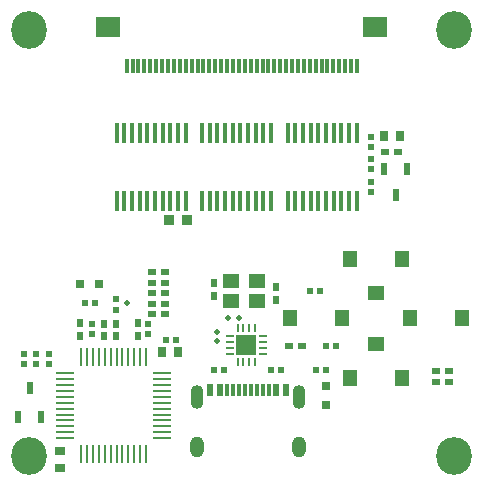
<source format=gbr>
%TF.GenerationSoftware,KiCad,Pcbnew,9.0.4*%
%TF.CreationDate,2025-09-14T02:35:36-04:00*%
%TF.ProjectId,D8X3C_Backpack_V1.0,44385833-435f-4426-9163-6b7061636b5f,rev?*%
%TF.SameCoordinates,Original*%
%TF.FileFunction,Soldermask,Top*%
%TF.FilePolarity,Negative*%
%FSLAX46Y46*%
G04 Gerber Fmt 4.6, Leading zero omitted, Abs format (unit mm)*
G04 Created by KiCad (PCBNEW 9.0.4) date 2025-09-14 02:35:36*
%MOMM*%
%LPD*%
G01*
G04 APERTURE LIST*
%ADD10R,0.790000X0.540000*%
%ADD11R,1.360000X1.230000*%
%ADD12R,1.400000X1.200000*%
%ADD13R,0.540000X0.565500*%
%ADD14R,0.864000X0.800000*%
%ADD15R,0.540000X0.790000*%
%ADD16R,0.280000X1.620000*%
%ADD17R,1.620000X0.280000*%
%ADD18O,0.364000X1.742000*%
%ADD19O,3.000000X3.200000*%
%ADD20C,0.500000*%
%ADD21R,1.230000X1.360000*%
%ADD22R,0.565500X0.540000*%
%ADD23R,0.280000X0.665000*%
%ADD24R,0.665000X0.280000*%
%ADD25R,1.750000X1.750000*%
%ADD26R,0.806500X0.864000*%
%ADD27R,0.600000X1.070000*%
%ADD28R,0.800000X0.800000*%
%ADD29R,0.550000X1.100000*%
%ADD30R,0.300000X1.100000*%
%ADD31O,1.100000X2.000000*%
%ADD32O,1.200000X1.800000*%
%ADD33R,0.300000X1.200000*%
%ADD34R,2.000000X1.800000*%
%ADD35R,0.800000X0.900000*%
%ADD36R,0.800000X0.864000*%
%ADD37R,0.532000X1.037500*%
G04 APERTURE END LIST*
D10*
%TO.C,C25*%
X13499000Y-24257000D03*
X12409000Y-24257000D03*
%TD*%
D11*
%TO.C,C*%
X31369000Y-28569500D03*
X31369000Y-24199500D03*
%TD*%
D12*
%TO.C,X1*%
X21293000Y-23216500D03*
X19093000Y-23216500D03*
X19093000Y-24916500D03*
X21293000Y-24916500D03*
%TD*%
D13*
%TO.C,R15*%
X9334500Y-24776500D03*
X9334500Y-25642500D03*
%TD*%
D10*
%TO.C,C26*%
X13499000Y-23368000D03*
X12409000Y-23368000D03*
%TD*%
D14*
%TO.C,L2*%
X4635500Y-37654000D03*
X4635500Y-39054000D03*
%TD*%
D15*
%TO.C,C14*%
X9334500Y-26823500D03*
X9334500Y-27913500D03*
%TD*%
D16*
%TO.C,U1*%
X11894000Y-29672000D03*
X11394000Y-29672000D03*
X10894000Y-29672000D03*
X10394000Y-29672000D03*
X9894000Y-29672000D03*
X9394000Y-29672000D03*
X8894000Y-29672000D03*
X8394000Y-29672000D03*
X7894000Y-29672000D03*
X7394000Y-29672000D03*
X6894000Y-29672000D03*
X6394000Y-29672000D03*
D17*
X5034000Y-31032000D03*
X5034000Y-31532000D03*
X5034000Y-32032000D03*
X5034000Y-32532000D03*
X5034000Y-33032000D03*
X5034000Y-33532000D03*
X5034000Y-34032000D03*
X5034000Y-34532000D03*
X5034000Y-35032000D03*
X5034000Y-35532000D03*
X5034000Y-36032000D03*
X5034000Y-36532000D03*
D16*
X6394000Y-37892000D03*
X6894000Y-37892000D03*
X7394000Y-37892000D03*
X7894000Y-37892000D03*
X8394000Y-37892000D03*
X8894000Y-37892000D03*
X9394000Y-37892000D03*
X9894000Y-37892000D03*
X10394000Y-37892000D03*
X10894000Y-37892000D03*
X11394000Y-37892000D03*
X11894000Y-37892000D03*
D17*
X13254000Y-36532000D03*
X13254000Y-36032000D03*
X13254000Y-35532000D03*
X13254000Y-35032000D03*
X13254000Y-34532000D03*
X13254000Y-34032000D03*
X13254000Y-33532000D03*
X13254000Y-33032000D03*
X13254000Y-32532000D03*
X13254000Y-32032000D03*
X13254000Y-31532000D03*
X13254000Y-31032000D03*
%TD*%
D18*
%TO.C,U9*%
X23872000Y-16460000D03*
X24522000Y-16460000D03*
X25172000Y-16460000D03*
X25822000Y-16460000D03*
X26472000Y-16460000D03*
X27122000Y-16460000D03*
X27772000Y-16460000D03*
X28422000Y-16460000D03*
X29072000Y-16460000D03*
X29722000Y-16460000D03*
X29722000Y-10718000D03*
X29072000Y-10718000D03*
X28422000Y-10718000D03*
X27772000Y-10718000D03*
X27122000Y-10718000D03*
X26472000Y-10718000D03*
X25822000Y-10718000D03*
X25172000Y-10718000D03*
X24522000Y-10718000D03*
X23872000Y-10718000D03*
%TD*%
D19*
%TO.C,*%
X2000000Y-2000000D03*
%TD*%
D10*
%TO.C,C18*%
X37539500Y-31813500D03*
X36449500Y-31813500D03*
%TD*%
D19*
%TO.C,*%
X38000000Y-2000000D03*
%TD*%
D13*
%TO.C,R44*%
X7302500Y-27738000D03*
X7302500Y-26872000D03*
%TD*%
D20*
%TO.C,DM4*%
X19784500Y-26384500D03*
%TD*%
D21*
%TO.C,-*%
X24104000Y-26384500D03*
X28474000Y-26384500D03*
%TD*%
D22*
%TO.C,R14*%
X14466500Y-28257500D03*
X13600500Y-28257500D03*
%TD*%
D23*
%TO.C,U3*%
X21133500Y-27231000D03*
X20633500Y-27231000D03*
X20133500Y-27231000D03*
X19633500Y-27231000D03*
D24*
X18976000Y-27888500D03*
X18976000Y-28388500D03*
X18976000Y-28888500D03*
X18976000Y-29388500D03*
D23*
X19633500Y-30046000D03*
X20133500Y-30046000D03*
X20633500Y-30046000D03*
X21133500Y-30046000D03*
D24*
X21791000Y-29388500D03*
X21791000Y-28888500D03*
X21791000Y-28388500D03*
X21791000Y-27888500D03*
D25*
X20383500Y-28638500D03*
%TD*%
D22*
%TO.C,R2*%
X23356500Y-30797500D03*
X22490500Y-30797500D03*
%TD*%
D15*
%TO.C,C13*%
X6286500Y-26760000D03*
X6286500Y-27850000D03*
%TD*%
D18*
%TO.C,U7*%
X9394000Y-16460000D03*
X10044000Y-16460000D03*
X10694000Y-16460000D03*
X11344000Y-16460000D03*
X11994000Y-16460000D03*
X12644000Y-16460000D03*
X13294000Y-16460000D03*
X13944000Y-16460000D03*
X14594000Y-16460000D03*
X15244000Y-16460000D03*
X15244000Y-10718000D03*
X14594000Y-10718000D03*
X13944000Y-10718000D03*
X13294000Y-10718000D03*
X12644000Y-10718000D03*
X11994000Y-10718000D03*
X11344000Y-10718000D03*
X10694000Y-10718000D03*
X10044000Y-10718000D03*
X9394000Y-10718000D03*
%TD*%
D21*
%TO.C,M*%
X29184000Y-31432500D03*
X33554000Y-31432500D03*
%TD*%
D13*
%TO.C,R43*%
X12065000Y-27738000D03*
X12065000Y-26872000D03*
%TD*%
D26*
%TO.C,R58*%
X13851500Y-18097500D03*
X15358500Y-18097500D03*
%TD*%
D13*
%TO.C,R12*%
X3683000Y-29412000D03*
X3683000Y-30278000D03*
%TD*%
D27*
%TO.C,1V2*%
X1082000Y-34745500D03*
X2982000Y-34745500D03*
X2032000Y-32275500D03*
%TD*%
D22*
%TO.C,R6*%
X27126000Y-28702000D03*
X27992000Y-28702000D03*
%TD*%
D10*
%TO.C,C29*%
X13499000Y-25146000D03*
X12409000Y-25146000D03*
%TD*%
D13*
%TO.C,R27*%
X30924500Y-10997000D03*
X30924500Y-11863000D03*
%TD*%
D15*
%TO.C,C2*%
X22923500Y-23712000D03*
X22923500Y-24802000D03*
%TD*%
D10*
%TO.C,C5*%
X24029500Y-28702000D03*
X25119500Y-28702000D03*
%TD*%
D15*
%TO.C,C24*%
X8318500Y-26823500D03*
X8318500Y-27913500D03*
%TD*%
D19*
%TO.C,*%
X2000000Y-38000000D03*
%TD*%
D10*
%TO.C,C16*%
X36449500Y-30819000D03*
X37539500Y-30819000D03*
%TD*%
D21*
%TO.C,F*%
X29184000Y-21336000D03*
X33554000Y-21336000D03*
%TD*%
D28*
%TO.C,THM_PWR*%
X7911500Y-23495000D03*
X6312500Y-23495000D03*
%TD*%
D29*
%TO.C,USB1*%
X17310500Y-32486500D03*
X18110500Y-32486500D03*
D30*
X18760500Y-32486500D03*
X19260500Y-32486500D03*
X19760500Y-32486500D03*
X20260500Y-32486500D03*
X20760500Y-32486500D03*
X21260500Y-32486500D03*
X21760500Y-32486500D03*
X22260500Y-32486500D03*
D29*
X22910500Y-32486500D03*
X23710500Y-32486500D03*
D31*
X16185500Y-33036500D03*
D32*
X16185500Y-37236500D03*
D31*
X24835500Y-33036500D03*
D32*
X24835500Y-37236500D03*
%TD*%
D20*
%TO.C,G1IN*%
X10248500Y-25103000D03*
%TD*%
D33*
%TO.C,FPC1*%
X10250000Y-4990500D03*
X10750000Y-4990500D03*
X11250000Y-4990500D03*
X11750000Y-4990500D03*
X12250000Y-4990500D03*
X12750000Y-4990500D03*
X13250000Y-4990500D03*
X13750000Y-4990500D03*
X14250000Y-4990500D03*
X14750000Y-4990500D03*
X15250000Y-4990500D03*
X15750000Y-4990500D03*
X16250000Y-4990500D03*
X16750000Y-4990500D03*
X17250000Y-4990500D03*
X17750000Y-4990500D03*
X18250000Y-4990500D03*
X18750000Y-4990500D03*
X19250000Y-4990500D03*
X19750000Y-4990500D03*
X20250000Y-4990500D03*
X20750000Y-4990500D03*
X21250000Y-4990500D03*
X21750000Y-4990500D03*
X22250000Y-4990500D03*
X22750000Y-4990500D03*
X23250000Y-4990500D03*
X23750000Y-4990500D03*
X24250000Y-4990500D03*
X24750000Y-4990500D03*
X25250000Y-4990500D03*
X25750000Y-4990500D03*
X26250000Y-4990500D03*
X26750000Y-4990500D03*
X27250000Y-4990500D03*
X27750000Y-4990500D03*
X28250000Y-4990500D03*
X28750000Y-4990500D03*
X29250000Y-4990500D03*
X29750000Y-4990500D03*
D34*
X31300000Y-1740500D03*
X8700000Y-1740500D03*
%TD*%
D22*
%TO.C,R45*%
X26658500Y-24066500D03*
X25792500Y-24066500D03*
%TD*%
%TO.C,R7*%
X26237000Y-30797500D03*
X27103000Y-30797500D03*
%TD*%
D35*
%TO.C,C21*%
X32002500Y-10922000D03*
X33402500Y-10922000D03*
%TD*%
D21*
%TO.C,+*%
X34264000Y-26384500D03*
X38634000Y-26384500D03*
%TD*%
D22*
%TO.C,R1*%
X17601000Y-30797500D03*
X18467000Y-30797500D03*
%TD*%
D18*
%TO.C,U8*%
X16633000Y-16460000D03*
X17283000Y-16460000D03*
X17933000Y-16460000D03*
X18583000Y-16460000D03*
X19233000Y-16460000D03*
X19883000Y-16460000D03*
X20533000Y-16460000D03*
X21183000Y-16460000D03*
X21833000Y-16460000D03*
X22483000Y-16460000D03*
X22483000Y-10718000D03*
X21833000Y-10718000D03*
X21183000Y-10718000D03*
X20533000Y-10718000D03*
X19883000Y-10718000D03*
X19233000Y-10718000D03*
X18583000Y-10718000D03*
X17933000Y-10718000D03*
X17283000Y-10718000D03*
X16633000Y-10718000D03*
%TD*%
D10*
%TO.C,C22*%
X33184000Y-12319000D03*
X32094000Y-12319000D03*
%TD*%
D13*
%TO.C,R11*%
X2603500Y-30278000D03*
X2603500Y-29412000D03*
%TD*%
D15*
%TO.C,C23*%
X11176000Y-26760000D03*
X11176000Y-27850000D03*
%TD*%
D20*
%TO.C,DM3*%
X17855500Y-27535500D03*
%TD*%
D28*
%TO.C,PG*%
X27114500Y-32093500D03*
X27114500Y-33692500D03*
%TD*%
D20*
%TO.C,DP3*%
X17855500Y-28345000D03*
%TD*%
D19*
%TO.C,*%
X38000000Y-38000000D03*
%TD*%
D36*
%TO.C,L1*%
X14606500Y-29273500D03*
X13206500Y-29273500D03*
%TD*%
D10*
%TO.C,C28*%
X13499000Y-26035000D03*
X12409000Y-26035000D03*
%TD*%
%TO.C,C27*%
X13499000Y-22479000D03*
X12409000Y-22479000D03*
%TD*%
D13*
%TO.C,R29*%
X30924500Y-15673000D03*
X30924500Y-14807000D03*
%TD*%
D20*
%TO.C,DP4*%
X18848000Y-26384500D03*
%TD*%
D37*
%TO.C,1V8*%
X33970000Y-13757500D03*
X32070000Y-13757500D03*
X33020000Y-15960500D03*
%TD*%
D22*
%TO.C,R59*%
X7608500Y-25082500D03*
X6742500Y-25082500D03*
%TD*%
D13*
%TO.C,R13*%
X1524000Y-30278000D03*
X1524000Y-29412000D03*
%TD*%
%TO.C,R28*%
X30924500Y-13768000D03*
X30924500Y-12902000D03*
%TD*%
D15*
%TO.C,C1*%
X17665000Y-23427000D03*
X17665000Y-24517000D03*
%TD*%
M02*

</source>
